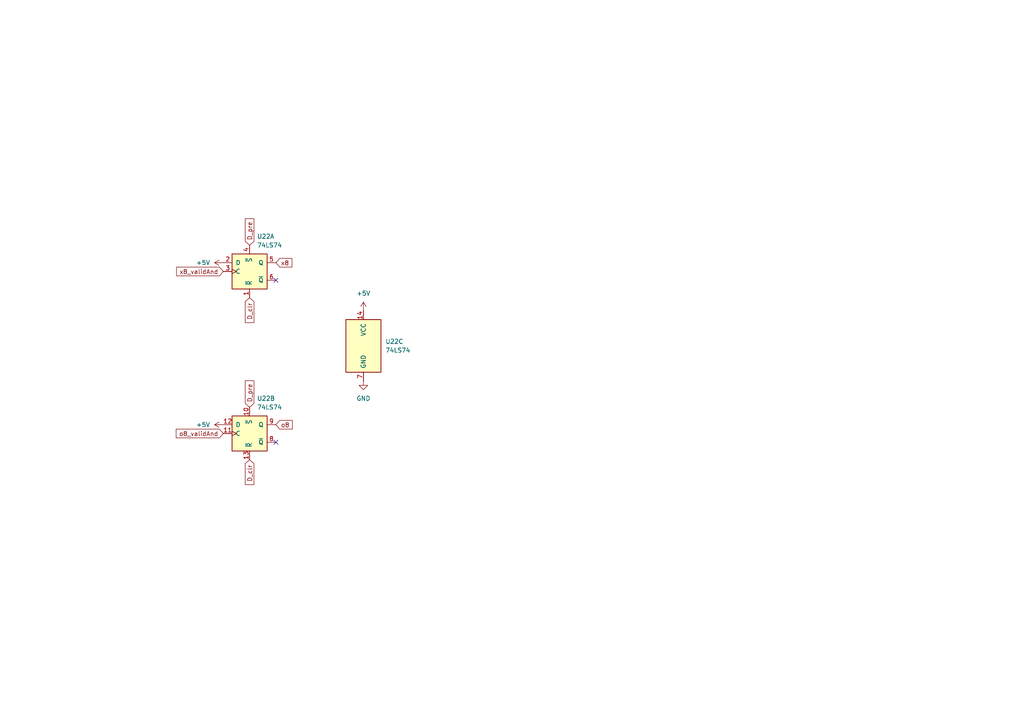
<source format=kicad_sch>
(kicad_sch
	(version 20250114)
	(generator "eeschema")
	(generator_version "9.0")
	(uuid "0f222bc9-c86a-4c26-921d-459394749d18")
	(paper "A4")
	(lib_symbols
		(symbol "74xx:74LS74"
			(pin_names
				(offset 1.016)
			)
			(exclude_from_sim no)
			(in_bom yes)
			(on_board yes)
			(property "Reference" "U"
				(at -7.62 8.89 0)
				(effects
					(font
						(size 1.27 1.27)
					)
				)
			)
			(property "Value" "74LS74"
				(at -7.62 -8.89 0)
				(effects
					(font
						(size 1.27 1.27)
					)
				)
			)
			(property "Footprint" ""
				(at 0 0 0)
				(effects
					(font
						(size 1.27 1.27)
					)
					(hide yes)
				)
			)
			(property "Datasheet" "74xx/74hc_hct74.pdf"
				(at 0 0 0)
				(effects
					(font
						(size 1.27 1.27)
					)
					(hide yes)
				)
			)
			(property "Description" "Dual D Flip-flop, Set & Reset"
				(at 0 0 0)
				(effects
					(font
						(size 1.27 1.27)
					)
					(hide yes)
				)
			)
			(property "ki_locked" ""
				(at 0 0 0)
				(effects
					(font
						(size 1.27 1.27)
					)
				)
			)
			(property "ki_keywords" "TTL DFF"
				(at 0 0 0)
				(effects
					(font
						(size 1.27 1.27)
					)
					(hide yes)
				)
			)
			(property "ki_fp_filters" "DIP*W7.62mm*"
				(at 0 0 0)
				(effects
					(font
						(size 1.27 1.27)
					)
					(hide yes)
				)
			)
			(symbol "74LS74_1_0"
				(pin input line
					(at -7.62 2.54 0)
					(length 2.54)
					(name "D"
						(effects
							(font
								(size 1.27 1.27)
							)
						)
					)
					(number "2"
						(effects
							(font
								(size 1.27 1.27)
							)
						)
					)
				)
				(pin input clock
					(at -7.62 0 0)
					(length 2.54)
					(name "C"
						(effects
							(font
								(size 1.27 1.27)
							)
						)
					)
					(number "3"
						(effects
							(font
								(size 1.27 1.27)
							)
						)
					)
				)
				(pin input line
					(at 0 7.62 270)
					(length 2.54)
					(name "~{S}"
						(effects
							(font
								(size 1.27 1.27)
							)
						)
					)
					(number "4"
						(effects
							(font
								(size 1.27 1.27)
							)
						)
					)
				)
				(pin input line
					(at 0 -7.62 90)
					(length 2.54)
					(name "~{R}"
						(effects
							(font
								(size 1.27 1.27)
							)
						)
					)
					(number "1"
						(effects
							(font
								(size 1.27 1.27)
							)
						)
					)
				)
				(pin output line
					(at 7.62 2.54 180)
					(length 2.54)
					(name "Q"
						(effects
							(font
								(size 1.27 1.27)
							)
						)
					)
					(number "5"
						(effects
							(font
								(size 1.27 1.27)
							)
						)
					)
				)
				(pin output line
					(at 7.62 -2.54 180)
					(length 2.54)
					(name "~{Q}"
						(effects
							(font
								(size 1.27 1.27)
							)
						)
					)
					(number "6"
						(effects
							(font
								(size 1.27 1.27)
							)
						)
					)
				)
			)
			(symbol "74LS74_1_1"
				(rectangle
					(start -5.08 5.08)
					(end 5.08 -5.08)
					(stroke
						(width 0.254)
						(type default)
					)
					(fill
						(type background)
					)
				)
			)
			(symbol "74LS74_2_0"
				(pin input line
					(at -7.62 2.54 0)
					(length 2.54)
					(name "D"
						(effects
							(font
								(size 1.27 1.27)
							)
						)
					)
					(number "12"
						(effects
							(font
								(size 1.27 1.27)
							)
						)
					)
				)
				(pin input clock
					(at -7.62 0 0)
					(length 2.54)
					(name "C"
						(effects
							(font
								(size 1.27 1.27)
							)
						)
					)
					(number "11"
						(effects
							(font
								(size 1.27 1.27)
							)
						)
					)
				)
				(pin input line
					(at 0 7.62 270)
					(length 2.54)
					(name "~{S}"
						(effects
							(font
								(size 1.27 1.27)
							)
						)
					)
					(number "10"
						(effects
							(font
								(size 1.27 1.27)
							)
						)
					)
				)
				(pin input line
					(at 0 -7.62 90)
					(length 2.54)
					(name "~{R}"
						(effects
							(font
								(size 1.27 1.27)
							)
						)
					)
					(number "13"
						(effects
							(font
								(size 1.27 1.27)
							)
						)
					)
				)
				(pin output line
					(at 7.62 2.54 180)
					(length 2.54)
					(name "Q"
						(effects
							(font
								(size 1.27 1.27)
							)
						)
					)
					(number "9"
						(effects
							(font
								(size 1.27 1.27)
							)
						)
					)
				)
				(pin output line
					(at 7.62 -2.54 180)
					(length 2.54)
					(name "~{Q}"
						(effects
							(font
								(size 1.27 1.27)
							)
						)
					)
					(number "8"
						(effects
							(font
								(size 1.27 1.27)
							)
						)
					)
				)
			)
			(symbol "74LS74_2_1"
				(rectangle
					(start -5.08 5.08)
					(end 5.08 -5.08)
					(stroke
						(width 0.254)
						(type default)
					)
					(fill
						(type background)
					)
				)
			)
			(symbol "74LS74_3_0"
				(pin power_in line
					(at 0 10.16 270)
					(length 2.54)
					(name "VCC"
						(effects
							(font
								(size 1.27 1.27)
							)
						)
					)
					(number "14"
						(effects
							(font
								(size 1.27 1.27)
							)
						)
					)
				)
				(pin power_in line
					(at 0 -10.16 90)
					(length 2.54)
					(name "GND"
						(effects
							(font
								(size 1.27 1.27)
							)
						)
					)
					(number "7"
						(effects
							(font
								(size 1.27 1.27)
							)
						)
					)
				)
			)
			(symbol "74LS74_3_1"
				(rectangle
					(start -5.08 7.62)
					(end 5.08 -7.62)
					(stroke
						(width 0.254)
						(type default)
					)
					(fill
						(type background)
					)
				)
			)
			(embedded_fonts no)
		)
		(symbol "power:+5V"
			(power)
			(pin_numbers
				(hide yes)
			)
			(pin_names
				(offset 0)
				(hide yes)
			)
			(exclude_from_sim no)
			(in_bom yes)
			(on_board yes)
			(property "Reference" "#PWR"
				(at 0 -3.81 0)
				(effects
					(font
						(size 1.27 1.27)
					)
					(hide yes)
				)
			)
			(property "Value" "+5V"
				(at 0 3.556 0)
				(effects
					(font
						(size 1.27 1.27)
					)
				)
			)
			(property "Footprint" ""
				(at 0 0 0)
				(effects
					(font
						(size 1.27 1.27)
					)
					(hide yes)
				)
			)
			(property "Datasheet" ""
				(at 0 0 0)
				(effects
					(font
						(size 1.27 1.27)
					)
					(hide yes)
				)
			)
			(property "Description" "Power symbol creates a global label with name \"+5V\""
				(at 0 0 0)
				(effects
					(font
						(size 1.27 1.27)
					)
					(hide yes)
				)
			)
			(property "ki_keywords" "global power"
				(at 0 0 0)
				(effects
					(font
						(size 1.27 1.27)
					)
					(hide yes)
				)
			)
			(symbol "+5V_0_1"
				(polyline
					(pts
						(xy -0.762 1.27) (xy 0 2.54)
					)
					(stroke
						(width 0)
						(type default)
					)
					(fill
						(type none)
					)
				)
				(polyline
					(pts
						(xy 0 2.54) (xy 0.762 1.27)
					)
					(stroke
						(width 0)
						(type default)
					)
					(fill
						(type none)
					)
				)
				(polyline
					(pts
						(xy 0 0) (xy 0 2.54)
					)
					(stroke
						(width 0)
						(type default)
					)
					(fill
						(type none)
					)
				)
			)
			(symbol "+5V_1_1"
				(pin power_in line
					(at 0 0 90)
					(length 0)
					(name "~"
						(effects
							(font
								(size 1.27 1.27)
							)
						)
					)
					(number "1"
						(effects
							(font
								(size 1.27 1.27)
							)
						)
					)
				)
			)
			(embedded_fonts no)
		)
		(symbol "power:GND"
			(power)
			(pin_numbers
				(hide yes)
			)
			(pin_names
				(offset 0)
				(hide yes)
			)
			(exclude_from_sim no)
			(in_bom yes)
			(on_board yes)
			(property "Reference" "#PWR"
				(at 0 -6.35 0)
				(effects
					(font
						(size 1.27 1.27)
					)
					(hide yes)
				)
			)
			(property "Value" "GND"
				(at 0 -3.81 0)
				(effects
					(font
						(size 1.27 1.27)
					)
				)
			)
			(property "Footprint" ""
				(at 0 0 0)
				(effects
					(font
						(size 1.27 1.27)
					)
					(hide yes)
				)
			)
			(property "Datasheet" ""
				(at 0 0 0)
				(effects
					(font
						(size 1.27 1.27)
					)
					(hide yes)
				)
			)
			(property "Description" "Power symbol creates a global label with name \"GND\" , ground"
				(at 0 0 0)
				(effects
					(font
						(size 1.27 1.27)
					)
					(hide yes)
				)
			)
			(property "ki_keywords" "global power"
				(at 0 0 0)
				(effects
					(font
						(size 1.27 1.27)
					)
					(hide yes)
				)
			)
			(symbol "GND_0_1"
				(polyline
					(pts
						(xy 0 0) (xy 0 -1.27) (xy 1.27 -1.27) (xy 0 -2.54) (xy -1.27 -1.27) (xy 0 -1.27)
					)
					(stroke
						(width 0)
						(type default)
					)
					(fill
						(type none)
					)
				)
			)
			(symbol "GND_1_1"
				(pin power_in line
					(at 0 0 270)
					(length 0)
					(name "~"
						(effects
							(font
								(size 1.27 1.27)
							)
						)
					)
					(number "1"
						(effects
							(font
								(size 1.27 1.27)
							)
						)
					)
				)
			)
			(embedded_fonts no)
		)
	)
	(no_connect
		(at 80.01 128.27)
		(uuid "740a870a-82a7-492a-94b2-1b8694927990")
	)
	(no_connect
		(at 80.01 81.28)
		(uuid "d7788c86-4acb-49cf-a25a-1dc2b1f735d9")
	)
	(global_label "D_pre"
		(shape input)
		(at 72.39 71.12 90)
		(fields_autoplaced yes)
		(effects
			(font
				(size 1.27 1.27)
			)
			(justify left)
		)
		(uuid "3dd2afdd-f192-4453-a925-547156fdde3c")
		(property "Intersheetrefs" "${INTERSHEET_REFS}"
			(at 72.39 62.8734 90)
			(effects
				(font
					(size 1.27 1.27)
				)
				(justify left)
				(hide yes)
			)
		)
	)
	(global_label "x8_validAnd"
		(shape input)
		(at 64.77 78.74 180)
		(fields_autoplaced yes)
		(effects
			(font
				(size 1.27 1.27)
			)
			(justify right)
		)
		(uuid "59e4e291-f46b-4212-b704-2375f334c260")
		(property "Intersheetrefs" "${INTERSHEET_REFS}"
			(at 50.6574 78.74 0)
			(effects
				(font
					(size 1.27 1.27)
				)
				(justify right)
				(hide yes)
			)
		)
	)
	(global_label "D_clr"
		(shape input)
		(at 72.39 133.35 270)
		(fields_autoplaced yes)
		(effects
			(font
				(size 1.27 1.27)
			)
			(justify right)
		)
		(uuid "6108967e-af04-49ea-9ea3-d4ff4c0b9d7b")
		(property "Intersheetrefs" "${INTERSHEET_REFS}"
			(at 72.39 141.1128 90)
			(effects
				(font
					(size 1.27 1.27)
				)
				(justify right)
				(hide yes)
			)
		)
	)
	(global_label "x8"
		(shape input)
		(at 80.01 76.2 0)
		(fields_autoplaced yes)
		(effects
			(font
				(size 1.27 1.27)
			)
			(justify left)
		)
		(uuid "ccfa2b52-1f40-42db-874f-a9d083b8afbe")
		(property "Intersheetrefs" "${INTERSHEET_REFS}"
			(at 85.2328 76.2 0)
			(effects
				(font
					(size 1.27 1.27)
				)
				(justify left)
				(hide yes)
			)
		)
	)
	(global_label "D_pre"
		(shape input)
		(at 72.39 118.11 90)
		(fields_autoplaced yes)
		(effects
			(font
				(size 1.27 1.27)
			)
			(justify left)
		)
		(uuid "de534b18-7791-488b-853b-c471e28b9d6d")
		(property "Intersheetrefs" "${INTERSHEET_REFS}"
			(at 72.39 109.8634 90)
			(effects
				(font
					(size 1.27 1.27)
				)
				(justify left)
				(hide yes)
			)
		)
	)
	(global_label "o8_validAnd"
		(shape input)
		(at 64.77 125.73 180)
		(fields_autoplaced yes)
		(effects
			(font
				(size 1.27 1.27)
			)
			(justify right)
		)
		(uuid "e53dfb89-98d0-414e-a2af-b8022a0708c8")
		(property "Intersheetrefs" "${INTERSHEET_REFS}"
			(at 50.5365 125.73 0)
			(effects
				(font
					(size 1.27 1.27)
				)
				(justify right)
				(hide yes)
			)
		)
	)
	(global_label "D_clr"
		(shape input)
		(at 72.39 86.36 270)
		(fields_autoplaced yes)
		(effects
			(font
				(size 1.27 1.27)
			)
			(justify right)
		)
		(uuid "e80691a9-f50a-4c75-aaa4-2d0c5a529fa8")
		(property "Intersheetrefs" "${INTERSHEET_REFS}"
			(at 72.39 94.1228 90)
			(effects
				(font
					(size 1.27 1.27)
				)
				(justify right)
				(hide yes)
			)
		)
	)
	(global_label "o8"
		(shape input)
		(at 80.01 123.19 0)
		(fields_autoplaced yes)
		(effects
			(font
				(size 1.27 1.27)
			)
			(justify left)
		)
		(uuid "ee0a3949-a982-4482-8ad9-34dd91d64651")
		(property "Intersheetrefs" "${INTERSHEET_REFS}"
			(at 85.3537 123.19 0)
			(effects
				(font
					(size 1.27 1.27)
				)
				(justify left)
				(hide yes)
			)
		)
	)
	(symbol
		(lib_id "74xx:74LS74")
		(at 72.39 78.74 0)
		(unit 1)
		(exclude_from_sim no)
		(in_bom yes)
		(on_board yes)
		(dnp no)
		(fields_autoplaced yes)
		(uuid "07fbd779-0930-48b5-a932-c395be6c2b67")
		(property "Reference" "U22"
			(at 74.5333 68.58 0)
			(effects
				(font
					(size 1.27 1.27)
				)
				(justify left)
			)
		)
		(property "Value" "74LS74"
			(at 74.5333 71.12 0)
			(effects
				(font
					(size 1.27 1.27)
				)
				(justify left)
			)
		)
		(property "Footprint" "Package_DIP:DIP-14_W7.62mm"
			(at 72.39 78.74 0)
			(effects
				(font
					(size 1.27 1.27)
				)
				(hide yes)
			)
		)
		(property "Datasheet" "74xx/74hc_hct74.pdf"
			(at 72.39 78.74 0)
			(effects
				(font
					(size 1.27 1.27)
				)
				(hide yes)
			)
		)
		(property "Description" "Dual D Flip-flop, Set & Reset"
			(at 72.39 78.74 0)
			(effects
				(font
					(size 1.27 1.27)
				)
				(hide yes)
			)
		)
		(pin "12"
			(uuid "b151a4c0-95ef-4496-bf8a-2c1fb6f960d4")
		)
		(pin "4"
			(uuid "20726d9e-7463-48bd-b33f-b08057f3bb3e")
		)
		(pin "14"
			(uuid "1e7d8e54-afc2-490c-afef-40a46277b200")
		)
		(pin "3"
			(uuid "438a0620-c96d-40ad-a96b-f0299c97498f")
		)
		(pin "8"
			(uuid "17c29a99-a9d4-4278-9bb4-85547421c95e")
		)
		(pin "5"
			(uuid "f485b28b-f1d2-4e87-afd2-01e2b1dcfe51")
		)
		(pin "11"
			(uuid "234d3305-417f-450a-96a2-e38f3f7cd055")
		)
		(pin "10"
			(uuid "e06bad5a-fe59-4017-b3fb-ab5f5514b0c1")
		)
		(pin "13"
			(uuid "d1c5766f-7571-4b4a-a396-2c373b657b34")
		)
		(pin "7"
			(uuid "a0541d54-4040-4978-a2ae-140970f9dab2")
		)
		(pin "2"
			(uuid "172a28d8-56a6-4ff9-bc05-f88ce48d20d4")
		)
		(pin "9"
			(uuid "76462129-3cef-4f26-af9a-83d9148fd459")
		)
		(pin "6"
			(uuid "2c0c56bd-d03c-4468-9d59-5cbcd33e2b12")
		)
		(pin "1"
			(uuid "7dff8f0b-cc7f-4662-8b45-56e4fc6cc422")
		)
		(instances
			(project ""
				(path "/0f222bc9-c86a-4c26-921d-459394749d18/2f8df5f0-1ca6-49ef-80df-e583952c51a9/c0fb58f5-e6f8-40c7-9508-36d25025bc9a"
					(reference "U22")
					(unit 1)
				)
			)
		)
	)
	(symbol
		(lib_id "power:+5V")
		(at 64.77 76.2 90)
		(unit 1)
		(exclude_from_sim no)
		(in_bom yes)
		(on_board yes)
		(dnp no)
		(fields_autoplaced yes)
		(uuid "0aeba93d-0a85-4ecd-9cab-0079591a5c4d")
		(property "Reference" "#PWR059"
			(at 68.58 76.2 0)
			(effects
				(font
					(size 1.27 1.27)
				)
				(hide yes)
			)
		)
		(property "Value" "+5V"
			(at 60.96 76.1999 90)
			(effects
				(font
					(size 1.27 1.27)
				)
				(justify left)
			)
		)
		(property "Footprint" ""
			(at 64.77 76.2 0)
			(effects
				(font
					(size 1.27 1.27)
				)
				(hide yes)
			)
		)
		(property "Datasheet" ""
			(at 64.77 76.2 0)
			(effects
				(font
					(size 1.27 1.27)
				)
				(hide yes)
			)
		)
		(property "Description" "Power symbol creates a global label with name \"+5V\""
			(at 64.77 76.2 0)
			(effects
				(font
					(size 1.27 1.27)
				)
				(hide yes)
			)
		)
		(pin "1"
			(uuid "eefef83b-de0c-468a-9c8d-5268931bb804")
		)
		(instances
			(project ""
				(path "/0f222bc9-c86a-4c26-921d-459394749d18/2f8df5f0-1ca6-49ef-80df-e583952c51a9/c0fb58f5-e6f8-40c7-9508-36d25025bc9a"
					(reference "#PWR059")
					(unit 1)
				)
			)
		)
	)
	(symbol
		(lib_id "power:GND")
		(at 105.41 110.49 0)
		(unit 1)
		(exclude_from_sim no)
		(in_bom yes)
		(on_board yes)
		(dnp no)
		(fields_autoplaced yes)
		(uuid "638375c8-6076-4030-b382-c4c4ef18444f")
		(property "Reference" "#PWR062"
			(at 105.41 116.84 0)
			(effects
				(font
					(size 1.27 1.27)
				)
				(hide yes)
			)
		)
		(property "Value" "GND"
			(at 105.41 115.57 0)
			(effects
				(font
					(size 1.27 1.27)
				)
			)
		)
		(property "Footprint" ""
			(at 105.41 110.49 0)
			(effects
				(font
					(size 1.27 1.27)
				)
				(hide yes)
			)
		)
		(property "Datasheet" ""
			(at 105.41 110.49 0)
			(effects
				(font
					(size 1.27 1.27)
				)
				(hide yes)
			)
		)
		(property "Description" "Power symbol creates a global label with name \"GND\" , ground"
			(at 105.41 110.49 0)
			(effects
				(font
					(size 1.27 1.27)
				)
				(hide yes)
			)
		)
		(pin "1"
			(uuid "076f14e4-1edf-4039-b057-f74664b686d0")
		)
		(instances
			(project ""
				(path "/0f222bc9-c86a-4c26-921d-459394749d18/2f8df5f0-1ca6-49ef-80df-e583952c51a9/c0fb58f5-e6f8-40c7-9508-36d25025bc9a"
					(reference "#PWR062")
					(unit 1)
				)
			)
		)
	)
	(symbol
		(lib_id "power:+5V")
		(at 64.77 123.19 90)
		(unit 1)
		(exclude_from_sim no)
		(in_bom yes)
		(on_board yes)
		(dnp no)
		(fields_autoplaced yes)
		(uuid "8ec357d0-e6e6-439e-ad89-316ef737e5ae")
		(property "Reference" "#PWR060"
			(at 68.58 123.19 0)
			(effects
				(font
					(size 1.27 1.27)
				)
				(hide yes)
			)
		)
		(property "Value" "+5V"
			(at 60.96 123.1899 90)
			(effects
				(font
					(size 1.27 1.27)
				)
				(justify left)
			)
		)
		(property "Footprint" ""
			(at 64.77 123.19 0)
			(effects
				(font
					(size 1.27 1.27)
				)
				(hide yes)
			)
		)
		(property "Datasheet" ""
			(at 64.77 123.19 0)
			(effects
				(font
					(size 1.27 1.27)
				)
				(hide yes)
			)
		)
		(property "Description" "Power symbol creates a global label with name \"+5V\""
			(at 64.77 123.19 0)
			(effects
				(font
					(size 1.27 1.27)
				)
				(hide yes)
			)
		)
		(pin "1"
			(uuid "c1afc02c-ad9b-49f6-8fcd-9ff4bce4ffad")
		)
		(instances
			(project ""
				(path "/0f222bc9-c86a-4c26-921d-459394749d18/2f8df5f0-1ca6-49ef-80df-e583952c51a9/c0fb58f5-e6f8-40c7-9508-36d25025bc9a"
					(reference "#PWR060")
					(unit 1)
				)
			)
		)
	)
	(symbol
		(lib_id "74xx:74LS74")
		(at 105.41 100.33 0)
		(unit 3)
		(exclude_from_sim no)
		(in_bom yes)
		(on_board yes)
		(dnp no)
		(fields_autoplaced yes)
		(uuid "94a2f31e-31cd-4810-80eb-c60dcc314c8c")
		(property "Reference" "U22"
			(at 111.76 99.0599 0)
			(effects
				(font
					(size 1.27 1.27)
				)
				(justify left)
			)
		)
		(property "Value" "74LS74"
			(at 111.76 101.5999 0)
			(effects
				(font
					(size 1.27 1.27)
				)
				(justify left)
			)
		)
		(property "Footprint" "Package_DIP:DIP-14_W7.62mm"
			(at 105.41 100.33 0)
			(effects
				(font
					(size 1.27 1.27)
				)
				(hide yes)
			)
		)
		(property "Datasheet" "74xx/74hc_hct74.pdf"
			(at 105.41 100.33 0)
			(effects
				(font
					(size 1.27 1.27)
				)
				(hide yes)
			)
		)
		(property "Description" "Dual D Flip-flop, Set & Reset"
			(at 105.41 100.33 0)
			(effects
				(font
					(size 1.27 1.27)
				)
				(hide yes)
			)
		)
		(pin "12"
			(uuid "b151a4c0-95ef-4496-bf8a-2c1fb6f960d3")
		)
		(pin "4"
			(uuid "a446bce5-b06e-4c69-bb57-25b705bb0759")
		)
		(pin "14"
			(uuid "700ef8f6-f4c8-45e7-b339-7927900da154")
		)
		(pin "3"
			(uuid "a1297712-69b9-4d31-a6e3-e9d31e1118fa")
		)
		(pin "8"
			(uuid "17c29a99-a9d4-4278-9bb4-85547421c95d")
		)
		(pin "5"
			(uuid "d37bb2e3-74f6-47d1-a81e-869bdfc0d73e")
		)
		(pin "11"
			(uuid "234d3305-417f-450a-96a2-e38f3f7cd054")
		)
		(pin "10"
			(uuid "e06bad5a-fe59-4017-b3fb-ab5f5514b0c0")
		)
		(pin "13"
			(uuid "d1c5766f-7571-4b4a-a396-2c373b657b33")
		)
		(pin "7"
			(uuid "f4360bdb-4a45-4bd5-ab48-b8ff060fd0ad")
		)
		(pin "2"
			(uuid "49d6c06a-92c6-4784-9284-7551a7d1ad1d")
		)
		(pin "9"
			(uuid "76462129-3cef-4f26-af9a-83d9148fd458")
		)
		(pin "6"
			(uuid "a173177a-d678-4ca1-91e5-25fbd731eed4")
		)
		(pin "1"
			(uuid "e72a8853-e290-441d-9efc-29ec16f9f8de")
		)
		(instances
			(project ""
				(path "/0f222bc9-c86a-4c26-921d-459394749d18/2f8df5f0-1ca6-49ef-80df-e583952c51a9/c0fb58f5-e6f8-40c7-9508-36d25025bc9a"
					(reference "U22")
					(unit 3)
				)
			)
		)
	)
	(symbol
		(lib_id "power:+5V")
		(at 105.41 90.17 0)
		(unit 1)
		(exclude_from_sim no)
		(in_bom yes)
		(on_board yes)
		(dnp no)
		(fields_autoplaced yes)
		(uuid "dd2e3220-8115-465c-b524-a46c16d9bd1f")
		(property "Reference" "#PWR061"
			(at 105.41 93.98 0)
			(effects
				(font
					(size 1.27 1.27)
				)
				(hide yes)
			)
		)
		(property "Value" "+5V"
			(at 105.41 85.09 0)
			(effects
				(font
					(size 1.27 1.27)
				)
			)
		)
		(property "Footprint" ""
			(at 105.41 90.17 0)
			(effects
				(font
					(size 1.27 1.27)
				)
				(hide yes)
			)
		)
		(property "Datasheet" ""
			(at 105.41 90.17 0)
			(effects
				(font
					(size 1.27 1.27)
				)
				(hide yes)
			)
		)
		(property "Description" "Power symbol creates a global label with name \"+5V\""
			(at 105.41 90.17 0)
			(effects
				(font
					(size 1.27 1.27)
				)
				(hide yes)
			)
		)
		(pin "1"
			(uuid "456124be-3e60-4732-bc20-1958186158f0")
		)
		(instances
			(project ""
				(path "/0f222bc9-c86a-4c26-921d-459394749d18/2f8df5f0-1ca6-49ef-80df-e583952c51a9/c0fb58f5-e6f8-40c7-9508-36d25025bc9a"
					(reference "#PWR061")
					(unit 1)
				)
			)
		)
	)
	(symbol
		(lib_id "74xx:74LS74")
		(at 72.39 125.73 0)
		(unit 2)
		(exclude_from_sim no)
		(in_bom yes)
		(on_board yes)
		(dnp no)
		(uuid "e902dc40-3c1d-4e7c-bee8-e61280acc525")
		(property "Reference" "U22"
			(at 74.5333 115.57 0)
			(effects
				(font
					(size 1.27 1.27)
				)
				(justify left)
			)
		)
		(property "Value" "74LS74"
			(at 74.5333 118.11 0)
			(effects
				(font
					(size 1.27 1.27)
				)
				(justify left)
			)
		)
		(property "Footprint" "Package_DIP:DIP-14_W7.62mm"
			(at 72.39 125.73 0)
			(effects
				(font
					(size 1.27 1.27)
				)
				(hide yes)
			)
		)
		(property "Datasheet" "74xx/74hc_hct74.pdf"
			(at 72.39 125.73 0)
			(effects
				(font
					(size 1.27 1.27)
				)
				(hide yes)
			)
		)
		(property "Description" "Dual D Flip-flop, Set & Reset"
			(at 72.39 125.73 0)
			(effects
				(font
					(size 1.27 1.27)
				)
				(hide yes)
			)
		)
		(pin "12"
			(uuid "d2a4f3ab-8fa9-4999-9be9-0cf89b51573a")
		)
		(pin "4"
			(uuid "a446bce5-b06e-4c69-bb57-25b705bb075b")
		)
		(pin "14"
			(uuid "1e7d8e54-afc2-490c-afef-40a46277b201")
		)
		(pin "3"
			(uuid "a1297712-69b9-4d31-a6e3-e9d31e1118fc")
		)
		(pin "8"
			(uuid "ec7d46cf-f30a-49fb-b0e2-f63dee098053")
		)
		(pin "5"
			(uuid "d37bb2e3-74f6-47d1-a81e-869bdfc0d740")
		)
		(pin "11"
			(uuid "33a203f0-f23a-48df-9c8e-c7d339b17cf9")
		)
		(pin "10"
			(uuid "bd6a37d3-fde0-4eae-a119-41a82442e314")
		)
		(pin "13"
			(uuid "949dd076-1a6b-417b-a5a0-79f72cb2bd73")
		)
		(pin "7"
			(uuid "a0541d54-4040-4978-a2ae-140970f9dab3")
		)
		(pin "2"
			(uuid "49d6c06a-92c6-4784-9284-7551a7d1ad1f")
		)
		(pin "9"
			(uuid "4999fd14-6aba-4128-b3aa-4e2f70b19fc6")
		)
		(pin "6"
			(uuid "a173177a-d678-4ca1-91e5-25fbd731eed6")
		)
		(pin "1"
			(uuid "e72a8853-e290-441d-9efc-29ec16f9f8e0")
		)
		(instances
			(project ""
				(path "/0f222bc9-c86a-4c26-921d-459394749d18/2f8df5f0-1ca6-49ef-80df-e583952c51a9/c0fb58f5-e6f8-40c7-9508-36d25025bc9a"
					(reference "U22")
					(unit 2)
				)
			)
		)
	)
)

</source>
